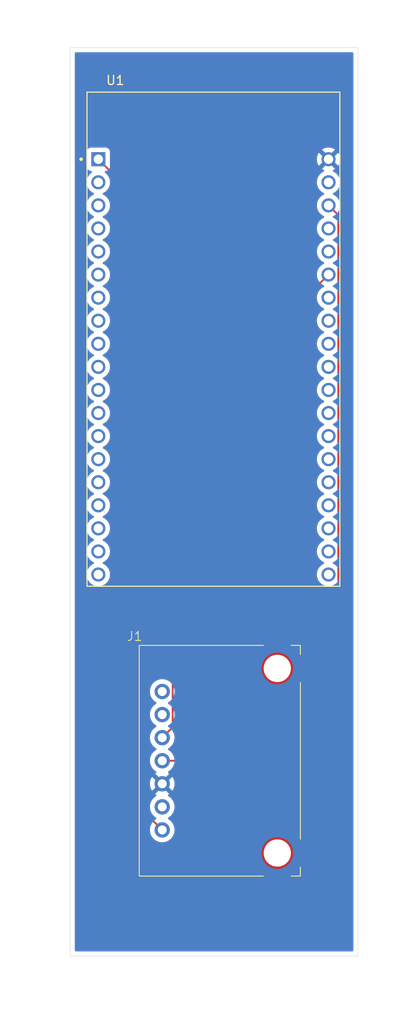
<source format=kicad_pcb>
(kicad_pcb (version 20241229) (generator "pcbnew") (generator_version "9.0")
  (layers (0 "F.Cu" signal) (4 "In1.Cu" signal) (6 "In2.Cu" signal) (2 "B.Cu" signal) (13 "F.Paste" user) (15 "B.Paste" user) (5 "F.SilkS" user "F.Silkscreen") (7 "B.SilkS" user "B.Silkscreen") (1 "F.Mask" user) (3 "B.Mask" user) (25 "Edge.Cuts" user))
  (net 0 "")
  (net 2 "GND")
  (net 7 "Net-(J1-Pin_4)")
  (net 13 "Net-(J1-Pin_3)")
  (net 20 "+3.3V")
  (footprint "Custom_Footprints:Adafruit_BME280_STEMMA_QT" (layer "F.Cu") (at 138.86 133.3)
    (property "Reference" "J1" (at -0.5 -1 0) (layer "F.SilkS") (effects (font (thickness 0.1))))
    (property "Value" "BME280")
    (fp_line (start 0 0) (end 0 25.4) (stroke (width 0.1)) (layer "F.SilkS"))
    (fp_line (start 0 0) (end 13.7 0) (stroke (width 0.1)) (layer "F.SilkS"))
    (fp_line (start 0 25.4) (end 13.7 25.4) (stroke (width 0.1)) (layer "F.SilkS"))
    (fp_line (start 17.78 0) (end 16.78 0) (stroke (width 0.1)) (layer "F.SilkS"))
    (fp_line (start 17.78 0) (end 17.78 1) (stroke (width 0.1)) (layer "F.SilkS"))
    (fp_line (start 17.78 4.08) (end 17.78 21.32) (stroke (width 0.1)) (layer "F.SilkS"))
    (fp_line (start 17.78 25.4) (end 16.78 25.4) (stroke (width 0.1)) (layer "F.SilkS"))
    (fp_line (start 17.78 25.4) (end 17.78 24.4) (stroke (width 0.1)) (layer "F.SilkS"))
    (pad "" np_thru_hole circle (at 15.24 2.54) (size 5.3 5.3) (drill 3) (layers "F.Cu" "F.Mask" "In1.Cu" "In2.Cu" "In3.Cu" "In4.Cu" "In5.Cu" "In6.Cu" "In7.Cu" "In8.Cu" "In9.Cu" "In10.Cu" "In11.Cu" "In12.Cu" "In13.Cu" "In14.Cu" "In15.Cu" "In16.Cu" "In17.Cu" "In18.Cu" "In19.Cu" "In20.Cu" "In21.Cu" "In22.Cu" "In23.Cu" "In24.Cu" "In25.Cu" "In26.Cu" "In27.Cu" "In28.Cu" "In29.Cu" "In30.Cu"))
    (pad "" np_thru_hole circle (at 15.24 22.86) (size 5.3 5.3) (drill 3) (layers "F.Cu" "F.Mask" "In1.Cu" "In2.Cu" "In3.Cu" "In4.Cu" "In5.Cu" "In6.Cu" "In7.Cu" "In8.Cu" "In9.Cu" "In10.Cu" "In11.Cu" "In12.Cu" "In13.Cu" "In14.Cu" "In15.Cu" "In16.Cu" "In17.Cu" "In18.Cu" "In19.Cu" "In20.Cu" "In21.Cu" "In22.Cu" "In23.Cu" "In24.Cu" "In25.Cu" "In26.Cu" "In27.Cu" "In28.Cu" "In29.Cu" "In30.Cu"))
    (pad "1" thru_hole circle (at 2.54 5.08) (size 1.7 1.7) (drill 1) (layers "*.Cu" "*.Mask"))
    (pad "2" thru_hole circle (at 2.54 7.62) (size 1.7 1.7) (drill 1) (layers "*.Cu" "*.Mask"))
    (pad "3" thru_hole circle (at 2.54 10.16) (size 1.7 1.7) (drill 1) (layers "*.Cu" "*.Mask") (net 13 "Net-(J1-Pin_3)"))
    (pad "4" thru_hole circle (at 2.54 12.7) (size 1.7 1.7) (drill 1) (layers "*.Cu" "*.Mask") (net 7 "Net-(J1-Pin_4)"))
    (pad "5" thru_hole circle (at 2.54 15.24) (size 1.7 1.7) (drill 1) (layers "*.Cu" "*.Mask") (net 2 "GND"))
    (pad "6" thru_hole circle (at 2.54 17.78) (size 1.7 1.7) (drill 1) (layers "*.Cu" "*.Mask"))
    (pad "7" thru_hole circle (at 2.54 20.32) (size 1.7 1.7) (drill 1) (layers "*.Cu" "*.Mask") (net 20 "+3.3V"))
  )
  (footprint "ESP32-DEVKITC-32D:MODULE_ESP32-DEVKITC-32D" (layer "F.Cu") (at 147.05 99.54)
    (property "Reference" "U1" (at -10.829175 -28.446045 0) (layer "F.SilkS") (effects (font (size 1.000386 1.000386))))
    (property "Value" "ESP32-DEVKITC-32D")
    (fp_line (start -13.95 -27.15) (end 13.95 -27.15) (stroke (width 0.127)) (layer "F.SilkS"))
    (fp_line (start -13.95 27.25) (end -13.95 -27.15) (stroke (width 0.127)) (layer "F.SilkS"))
    (fp_line (start 13.95 -27.15) (end 13.95 27.25) (stroke (width 0.127)) (layer "F.SilkS"))
    (fp_line (start 13.95 27.25) (end -13.95 27.25) (stroke (width 0.127)) (layer "F.SilkS"))
    (fp_circle (center -14.6 -19.76) (end -14.5 -19.76) (stroke (width 0.2)) (fill no) (layer "F.SilkS"))
    (pad "J2-1" thru_hole rect (at -12.7 -19.76) (size 1.56 1.56) (drill 1.04) (layers "*.Cu" "*.Mask") (net 20 "+3.3V"))
    (pad "J2-2" thru_hole circle (at -12.7 -17.22) (size 1.56 1.56) (drill 1.04) (layers "*.Cu" "*.Mask"))
    (pad "J2-3" thru_hole circle (at -12.7 -14.68) (size 1.56 1.56) (drill 1.04) (layers "*.Cu" "*.Mask"))
    (pad "J2-4" thru_hole circle (at -12.7 -12.14) (size 1.56 1.56) (drill 1.04) (layers "*.Cu" "*.Mask"))
    (pad "J2-5" thru_hole circle (at -12.7 -9.6) (size 1.56 1.56) (drill 1.04) (layers "*.Cu" "*.Mask"))
    (pad "J2-6" thru_hole circle (at -12.7 -7.06) (size 1.56 1.56) (drill 1.04) (layers "*.Cu" "*.Mask"))
    (pad "J2-7" thru_hole circle (at -12.7 -4.52) (size 1.56 1.56) (drill 1.04) (layers "*.Cu" "*.Mask"))
    (pad "J2-8" thru_hole circle (at -12.7 -1.98) (size 1.56 1.56) (drill 1.04) (layers "*.Cu" "*.Mask"))
    (pad "J2-9" thru_hole circle (at -12.7 0.56) (size 1.56 1.56) (drill 1.04) (layers "*.Cu" "*.Mask"))
    (pad "J2-10" thru_hole circle (at -12.7 3.1) (size 1.56 1.56) (drill 1.04) (layers "*.Cu" "*.Mask"))
    (pad "J2-11" thru_hole circle (at -12.7 5.64) (size 1.56 1.56) (drill 1.04) (layers "*.Cu" "*.Mask"))
    (pad "J2-12" thru_hole circle (at -12.7 8.18) (size 1.56 1.56) (drill 1.04) (layers "*.Cu" "*.Mask"))
    (pad "J2-13" thru_hole circle (at -12.7 10.72) (size 1.56 1.56) (drill 1.04) (layers "*.Cu" "*.Mask"))
    (pad "J2-14" thru_hole circle (at -12.7 13.26) (size 1.56 1.56) (drill 1.04) (layers "*.Cu" "*.Mask"))
    (pad "J2-15" thru_hole circle (at -12.7 15.8) (size 1.56 1.56) (drill 1.04) (layers "*.Cu" "*.Mask"))
    (pad "J2-16" thru_hole circle (at -12.7 18.34) (size 1.56 1.56) (drill 1.04) (layers "*.Cu" "*.Mask"))
    (pad "J2-17" thru_hole circle (at -12.7 20.88) (size 1.56 1.56) (drill 1.04) (layers "*.Cu" "*.Mask"))
    (pad "J2-18" thru_hole circle (at -12.7 23.42) (size 1.56 1.56) (drill 1.04) (layers "*.Cu" "*.Mask"))
    (pad "J2-19" thru_hole circle (at -12.7 25.96) (size 1.56 1.56) (drill 1.04) (layers "*.Cu" "*.Mask"))
    (pad "J3-1" thru_hole circle (at 12.7 -19.76) (size 1.56 1.56) (drill 1.04) (layers "*.Cu" "*.Mask") (net 2 "GND"))
    (pad "J3-2" thru_hole circle (at 12.7 -17.22) (size 1.56 1.56) (drill 1.04) (layers "*.Cu" "*.Mask"))
    (pad "J3-3" thru_hole circle (at 12.7 -14.68) (size 1.56 1.56) (drill 1.04) (layers "*.Cu" "*.Mask") (net 7 "Net-(J1-Pin_4)"))
    (pad "J3-4" thru_hole circle (at 12.7 -12.14) (size 1.56 1.56) (drill 1.04) (layers "*.Cu" "*.Mask"))
    (pad "J3-5" thru_hole circle (at 12.7 -9.6) (size 1.56 1.56) (drill 1.04) (layers "*.Cu" "*.Mask"))
    (pad "J3-6" thru_hole circle (at 12.7 -7.06) (size 1.56 1.56) (drill 1.04) (layers "*.Cu" "*.Mask") (net 13 "Net-(J1-Pin_3)"))
    (pad "J3-7" thru_hole circle (at 12.7 -4.52) (size 1.56 1.56) (drill 1.04) (layers "*.Cu" "*.Mask"))
    (pad "J3-8" thru_hole circle (at 12.7 -1.98) (size 1.56 1.56) (drill 1.04) (layers "*.Cu" "*.Mask"))
    (pad "J3-9" thru_hole circle (at 12.7 0.56) (size 1.56 1.56) (drill 1.04) (layers "*.Cu" "*.Mask"))
    (pad "J3-10" thru_hole circle (at 12.7 3.1) (size 1.56 1.56) (drill 1.04) (layers "*.Cu" "*.Mask"))
    (pad "J3-11" thru_hole circle (at 12.7 5.64) (size 1.56 1.56) (drill 1.04) (layers "*.Cu" "*.Mask"))
    (pad "J3-12" thru_hole circle (at 12.7 8.18) (size 1.56 1.56) (drill 1.04) (layers "*.Cu" "*.Mask"))
    (pad "J3-13" thru_hole circle (at 12.7 10.72) (size 1.56 1.56) (drill 1.04) (layers "*.Cu" "*.Mask"))
    (pad "J3-14" thru_hole circle (at 12.7 13.26) (size 1.56 1.56) (drill 1.04) (layers "*.Cu" "*.Mask"))
    (pad "J3-15" thru_hole circle (at 12.7 15.8) (size 1.56 1.56) (drill 1.04) (layers "*.Cu" "*.Mask"))
    (pad "J3-16" thru_hole circle (at 12.7 18.34) (size 1.56 1.56) (drill 1.04) (layers "*.Cu" "*.Mask"))
    (pad "J3-17" thru_hole circle (at 12.7 20.88) (size 1.56 1.56) (drill 1.04) (layers "*.Cu" "*.Mask"))
    (pad "J3-18" thru_hole circle (at 12.7 23.42) (size 1.56 1.56) (drill 1.04) (layers "*.Cu" "*.Mask"))
    (pad "J3-19" thru_hole circle (at 12.7 25.96) (size 1.56 1.56) (drill 1.04) (layers "*.Cu" "*.Mask"))
  )
  (gr_rect (start 131.25 67.5) (end 163 167.5) (stroke (width 0.05)) (fill no) (layer "Edge.Cuts"))
  (segment (start 151.5 146) (end 160.831 136.669) (width 0.2) (layer "F.Cu") (net 7))
  (segment (start 160.831 136.669) (end 160.831 85.941) (width 0.2) (layer "F.Cu") (net 7))
  (segment (start 141.4 146) (end 151.5 146) (width 0.2) (layer "F.Cu") (net 7))
  (segment (start 160.831 85.941) (end 159.75 84.86) (width 0.2) (layer "F.Cu") (net 7))
  (segment (start 141.4 143.46) (end 142.551 142.309) (width 0.2) (layer "F.Cu") (net 13))
  (segment (start 142.551 109.679) (end 159.75 92.48) (width 0.2) (layer "F.Cu") (net 13))
  (segment (start 142.551 142.309) (end 142.551 109.679) (width 0.2) (layer "F.Cu") (net 13))
  (segment (start 138.25 150.47) (end 138.25 83.68) (width 0.2) (layer "F.Cu") (net 20))
  (segment (start 141.4 153.62) (end 138.25 150.47) (width 0.2) (layer "F.Cu") (net 20))
  (segment (start 138.25 83.68) (end 134.35 79.78) (width 0.2) (layer "F.Cu") (net 20))
  (zone (net 2) (net_name "GND") (layer "B.Cu") (name "GND") (connect_pads (clearance 0.5)) (min_thickness 0.25) (fill yes (thermal_gap 0.5) (thermal_bridge_width 0.5))
    (polygon (pts (xy 126.75 62.25) (xy 165 63.25) (xy 167.75 174.5) (xy 123.5 175)))
  )
)
</source>
